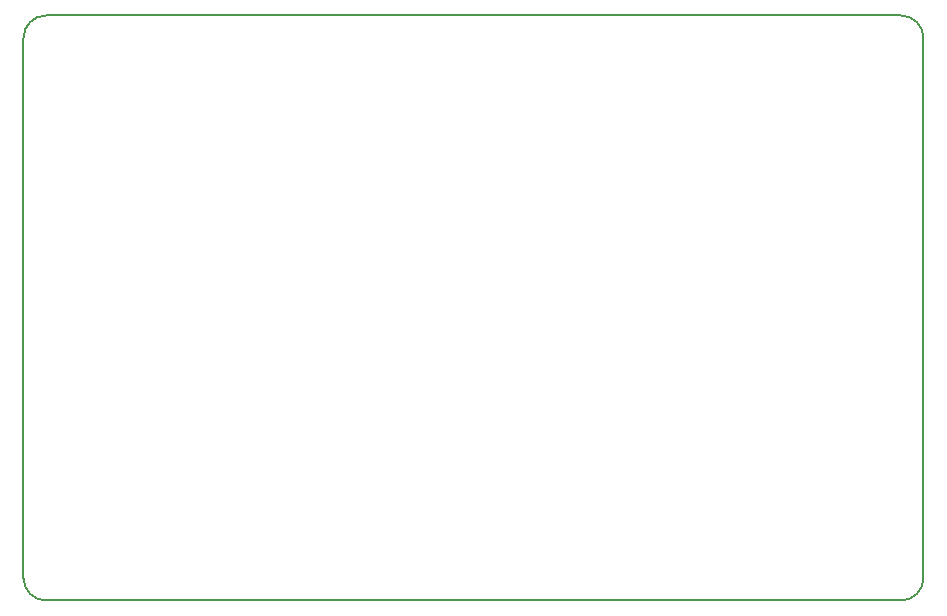
<source format=gm1>
G04 #@! TF.FileFunction,Profile,NP*
%FSLAX46Y46*%
G04 Gerber Fmt 4.6, Leading zero omitted, Abs format (unit mm)*
G04 Created by KiCad (PCBNEW 4.0.6) date 04/13/17 11:48:46*
%MOMM*%
%LPD*%
G01*
G04 APERTURE LIST*
%ADD10C,0.150000*%
G04 APERTURE END LIST*
D10*
X116840000Y-108585000D02*
X116840000Y-62865000D01*
X191135000Y-110490000D02*
X118745000Y-110490000D01*
X193040000Y-62865000D02*
X193040000Y-108585000D01*
X118745000Y-60960000D02*
X191135000Y-60960000D01*
X193040000Y-62865000D02*
G75*
G03X191135000Y-60960000I-1905000J0D01*
G01*
X191135000Y-110490000D02*
G75*
G03X193040000Y-108585000I0J1905000D01*
G01*
X116840000Y-108585000D02*
G75*
G03X118745000Y-110490000I1905000J0D01*
G01*
X118745000Y-60960000D02*
G75*
G03X116840000Y-62865000I0J-1905000D01*
G01*
M02*

</source>
